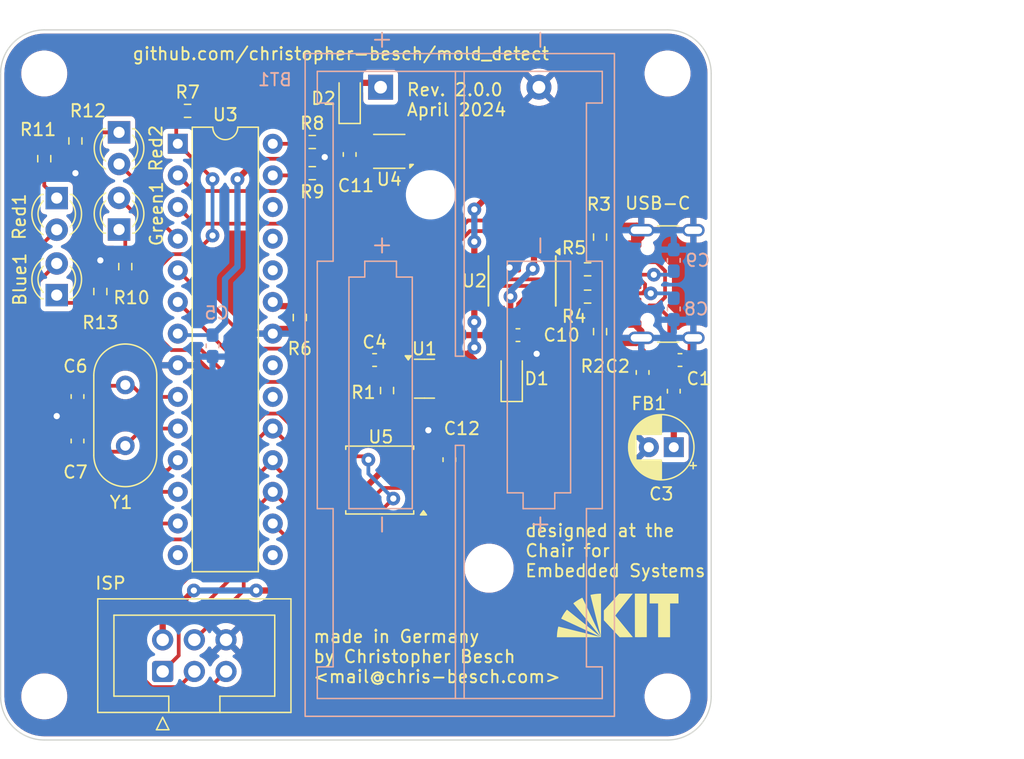
<source format=kicad_pcb>
(kicad_pcb (version 20240108) (generator "pcbnew") (generator_version "8.0")
  (layers (0 "F.Cu" mixed) (31 "B.Cu" mixed) (34 "B.Paste" user) (35 "F.Paste" user) (36 "B.SilkS" user "B.Silkscreen") (37 "F.SilkS" user "F.Silkscreen") (38 "B.Mask" user) (39 "F.Mask" user) (44 "Edge.Cuts" user))
  (net 0 "")
  (net 1 "Net-(Blue1-K)")
  (net 2 "TEMP_LED")
  (net 3 "SCK")
  (net 4 "RST")
  (net 5 "+3V0")
  (net 6 "HUM_LED")
  (net 7 "Net-(BT1-+)")
  (net 8 "DONE")
  (net 9 "WAKE_INTR")
  (net 10 "GND")
  (net 11 "SCL")
  (net 12 "SDA")
  (net 13 "RXD")
  (net 14 "CIPO")
  (net 15 "TXD")
  (net 16 "FLASH_CS")
  (net 17 "Net-(J1-CC1)")
  (net 18 "Net-(J1-CC2)")
  (net 19 "COPI")
  (net 20 "Net-(Red2-K)")
  (net 21 "ERROR_LED")
  (net 22 "Net-(U2-VCC)")
  (net 23 "Net-(U3-XTAL1{slash}PB6)")
  (net 24 "Net-(U3-XTAL2{slash}PB7)")
  (net 25 "Net-(C8-Pad2)")
  (net 26 "Net-(U1-DELAY{slash}M_RST)")
  (net 27 "Net-(U2-USBDM)")
  (net 28 "Net-(U2-USBDP)")
  (net 29 "GENERAL_LED")
  (net 32 "USB_ENABLE_INTR")
  (net 46 "Net-(C1-Pad2)")
  (net 47 "Net-(Green1-K)")
  (net 48 "Net-(C9-Pad2)")
  (net 49 "Net-(Red1-K)")
  (footprint "Capacitor_SMD:C_0603_1608Metric_Pad1.08x0.95mm_HandSolder" (layer "F.Cu") (at 76.5 73)
    (property "Reference" "C4")
    (property "Value" "100n")
  )
  (footprint "Resistor_SMD:R_0603_1608Metric_Pad0.98x0.95mm_HandSolder" (layer "F.Cu") (at 94.5875 70.72 -90)
    (property "Reference" "R2")
    (property "Value" "5k1")
  )
  (footprint "Package_TO_SOT_SMD:SOT-23-6" (layer "F.Cu") (at 80.5 74.5)
    (property "Reference" "U1")
    (property "Value" "TPL5010")
  )
  (footprint "Resistor_SMD:R_0603_1608Metric_Pad0.98x0.95mm_HandSolder" (layer "F.Cu") (at 71.5 55.5 180)
    (property "Reference" "R8")
    (property "Value" "10k")
  )
  (footprint "Capacitor_THT:CP_Radial_D5.0mm_P2.00mm" (layer "F.Cu") (at 100.5 80 180)
    (property "Reference" "C3")
    (property "Value" "4u7")
  )
  (footprint "Connector_USB:USB_C_Receptacle_GCT_USB4105-xx-A_16P_TopMnt_Horizontal" (layer "F.Cu") (at 101 66.9 90)
    (property "Reference" "J1")
    (property "Value" "USB_C_Receptacle_USB2.0_14P")
  )
  (footprint "Resistor_SMD:R_0603_1608Metric_Pad0.98x0.95mm_HandSolder" (layer "F.Cu") (at 77.5 75.45 90)
    (property "Reference" "R1")
    (property "Value" "22k021")
  )
  (footprint "Diode_SMD:D_SOD-323_HandSoldering" (layer "F.Cu") (at 87.5 74.32 90)
    (property "Reference" "D1")
    (property "Value" "D_Schottky")
  )
  (footprint "Diode_SMD:D_SOD-323_HandSoldering" (layer "F.Cu") (at 74.5 52 90)
    (property "Reference" "D2")
    (property "Value" "D_Schottky")
  )
  (footprint "Capacitor_SMD:C_0603_1608Metric_Pad1.08x0.95mm_HandSolder" (layer "F.Cu") (at 88 71 180)
    (property "Reference" "C10")
    (property "Value" "100n")
  )
  (footprint "Capacitor_SMD:C_0603_1608Metric_Pad1.08x0.95mm_HandSolder" (layer "F.Cu") (at 52.6675 75.93 90)
    (property "Reference" "C6")
    (property "Value" "22pF")
  )
  (footprint "Resistor_SMD:R_0603_1608Metric_Pad0.98x0.95mm_HandSolder" (layer "F.Cu") (at 70.5 69.5875 -90)
    (property "Reference" "R6")
    (property "Value" "10k")
  )
  (footprint "Resistor_SMD:R_0603_1608Metric_Pad0.98x0.95mm_HandSolder" (layer "F.Cu") (at 93.5875 65.72 180)
    (property "Reference" "R5")
    (property "Value" "27R")
  )
  (footprint "Capacitor_SMD:C_0603_1608Metric_Pad1.08x0.95mm_HandSolder" (layer "F.Cu") (at 52.6675 79.5 -90)
    (property "Reference" "C7")
    (property "Value" "22pF")
  )
  (footprint "LED_THT:LED_D3.0mm" (layer "F.Cu") (at 56 54.725 -90)
    (property "Reference" "Red2")
    (property "Value" "LED")
  )
  (footprint "Connector_IDC:IDC-Header_2x03_P2.54mm_Vertical" (layer "F.Cu") (at 59.5 98 90)
    (property "Reference" "J2")
    (property "Value" "ISP")
  )
  (footprint "Capacitor_SMD:C_0603_1608Metric_Pad1.08x0.95mm_HandSolder" (layer "F.Cu") (at 98 74 -90)
    (property "Reference" "C2")
    (property "Value" "100n")
  )
  (footprint "Resistor_SMD:R_0603_1608Metric_Pad0.98x0.95mm_HandSolder" (layer "F.Cu") (at 54.5 67.5 -90)
    (property "Reference" "R13")
    (property "Value" "100R")
  )
  (footprint "Capacitor_SMD:C_0603_1608Metric_Pad1.08x0.95mm_HandSolder" (layer "F.Cu") (at 74.5 56.5 90)
    (property "Reference" "C11")
    (property "Value" "100n")
  )
  (footprint "Capacitor_SMD:C_0603_1608Metric_Pad1.08x0.95mm_HandSolder" (layer "F.Cu") (at 100.5 75.5 -90)
    (property "Reference" "FB1")
    (property "Value" "~")
  )
  (footprint "LED_THT:LED_D3.0mm" (layer "F.Cu") (at 51 60 -90)
    (property "Reference" "Red1")
    (property "Value" "LED")
  )
  (footprint "Resistor_SMD:R_0603_1608Metric_Pad0.98x0.95mm_HandSolder" (layer "F.Cu") (at 50 56.8375 -90)
    (property "Reference" "R11")
    (property "Value" "100R")
  )
  (footprint "Resistor_SMD:R_0603_1608Metric_Pad0.98x0.95mm_HandSolder" (layer "F.Cu") (at 56.5 65.5 90)
    (property "Reference" "R10")
    (property "Value" "100R")
  )
  (footprint "Resistor_SMD:R_0603_1608Metric_Pad0.98x0.95mm_HandSolder" (layer "F.Cu") (at 93.5875 67.91 180)
    (property "Reference" "R4")
    (property "Value" "27R")
  )
  (footprint "Resistor_SMD:R_0603_1608Metric_Pad0.98x0.95mm_HandSolder" (layer "F.Cu") (at 71.5 58 180)
    (property "Reference" "R9")
    (property "Value" "10k")
  )
  (footprint "MountingHole:MountingHole_3.2mm_M3" (layer "F.Cu") (at 50 50)
    (property "Reference" "H3")
    (property "Value" "~")
  )
  (footprint "MountingHole:MountingHole_3.2mm_M3" (layer "F.Cu") (at 100 100)
    (property "Reference" "H2")
    (property "Value" "~")
  )
  (footprint "Resistor_SMD:R_0603_1608Metric_Pad0.98x0.95mm_HandSolder" (layer "F.Cu") (at 52.5 55.4125 90)
    (property "Reference" "R12")
    (property "Value" "100R")
  )
  (footprint "Package_DIP:DIP-28_W7.62mm" (layer "F.Cu") (at 60.7125 55.64)
    (property "Reference" "U3")
    (property "Value" "ATmega328P-P")
  )
  (footprint "MountingHole:MountingHole_3.2mm_M3" (layer "F.Cu") (at 50 100)
    (property "Reference" "H4")
    (property "Value" "~")
  )
  (footprint "LED_THT:LED_D3.0mm" (layer "F.Cu") (at 56 62.525 90)
    (property "Reference" "Green1")
    (property "Value" "LED")
  )
  (footprint "Package_SO:SSOP-16_3.9x4.9mm_P0.635mm" (layer "F.Cu") (at 88.3325 66.65 -90)
    (property "Reference" "U2")
    (property "Value" "FT230XS")
  )
  (footprint "Capacitor_SMD:C_0603_1608Metric_Pad1.08x0.95mm_HandSolder" (layer "F.Cu") (at 82.5 81 -90)
    (property "Reference" "C12")
    (property "Value" "100n")
  )
  (footprint "Package_SO:SOIC-8_5.23x5.23mm_P1.27mm" (layer "F.Cu") (at 76.912026 82.635 180)
    (property "Reference" "U5")
    (property "Value" "W25Q128JVS")
  )
  (footprint "Resistor_SMD:R_0603_1608Metric_Pad0.98x0.95mm_HandSolder" (layer "F.Cu") (at 61.5 53 180)
    (property "Reference" "R7")
    (property "Value" "10k")
  )
  (footprint "Resistor_SMD:R_0603_1608Metric_Pad0.98x0.95mm_HandSolder" (layer "F.Cu") (at 94.5875 63.1325 90)
    (property "Reference" "R3")
    (property "Value" "5k1")
  )
  (footprint "Crystal:Crystal_HC49-4H_Vertical" (layer "F.Cu") (at 56.5 79.88 90)
    (property "Reference" "Y1")
    (property "Value" "16MHz")
  )
  (footprint "LED_THT:LED_D3.0mm" (layer "F.Cu") (at 51 67.79 90)
    (property "Reference" "Blue1")
    (property "Value" "LED")
  )
  (footprint "Capacitor_SMD:C_0603_1608Metric_Pad1.08x0.95mm_HandSolder" (layer "F.Cu") (at 101 73 180)
    (property "Reference" "C1")
    (property "Value" "10nF")
  )
  (footprint "MountingHole:MountingHole_3.2mm_M3" (layer "F.Cu") (at 100 50)
    (property "Reference" "H1")
    (property "Value" "~")
  )
  (footprint "Sensor_Humidity:Sensirion_DFN-8-1EP_2.5x2.5mm_P0.5mm_EP1.1x1.7mm" (layer "F.Cu") (at 77.675 56.25 180)
    (property "Reference" "U4")
    (property "Value" "SHT30-DIS")
  )
  (footprint "Battery:BatteryHolder_Keystone_2468_2xAAA" (layer "B.Cu") (at 76.9825 51.1 -90)
    (property "Reference" "BT1")
    (property "Value" "2 AAA Batteries")
  )
  (footprint "Capacitor_SMD:C_0603_1608Metric_Pad1.08x0.95mm_HandSolder" (layer "B.Cu") (at 100.5 65 -90)
    (property "Reference" "C9")
    (property "Value" "47pF")
  )
  (footprint "Capacitor_SMD:C_0603_1608Metric_Pad1.08x0.95mm_HandSolder" (layer "B.Cu") (at 63.5 71.8625 90)
    (property "Reference" "C5")
    (property "Value" "100n")
  )
  (footprint "Library:kit_logo" (layer "B.Cu") (at 94.970164 93.476763 180)
    (property "Reference" "G***" (hide yes))
    (property "Value" "LOGO" (hide yes))
  )
  (footprint "Capacitor_SMD:C_0603_1608Metric_Pad1.08x0.95mm_HandSolder" (layer "B.Cu") (at 100.5 68.9 90)
    (property "Reference" "C8")
    (property "Value" "47pF")
  )
  (gr_line (start 103.5 50) (end 103.5 100) (stroke (width 0.1)) (layer "Edge.Cuts"))
  (gr_arc (start 50 103.5) (mid 47.525126 102.474874) (end 46.5 100) (stroke (width 0.1)) (layer "Edge.Cuts"))
  (gr_line (start 100 103.5) (end 50 103.5) (stroke (width 0.1)) (layer "Edge.Cuts"))
  (gr_line (start 46.5 100) (end 46.5 50) (stroke (width 0.1)) (layer "Edge.Cuts"))
  (gr_arc (start 103.5 100) (mid 102.474874 102.474874) (end 100 103.5) (stroke (width 0.1)) (layer "Edge.Cuts"))
  (gr_arc (start 100 46.5) (mid 102.474874 47.525126) (end 103.5 50) (stroke (width 0.1)) (layer "Edge.Cuts"))
  (gr_arc (start 46.5 50) (mid 47.525126 47.525126) (end 50 46.5) (stroke (width 0.1)) (layer "Edge.Cuts"))
  (gr_line (start 50 46.5) (end 100 46.5) (stroke (width 0.1)) (layer "Edge.Cuts"))
  (gr_text "ISP" (at 54 91.5 0) (layer "F.SilkS") (effects (font (size 1 1)) (justify left bottom)))
  (gr_text "designed at the\nChair for\nEmbedded Systems" (at 88.5 90.5 0) (layer "F.SilkS") (effects (font (size 1 1)) (justify left bottom)))
  (gr_text "USB-C" (at 96.5 61 0) (layer "F.SilkS") (effects (font (size 1 1)) (justify left bottom)))
  (gr_text "Rev. 2.0.0\nApril 2024" (at 79 53.5 0) (layer "F.SilkS") (effects (font (size 1 1)) (justify left bottom)))
  (gr_text "made in Germany\nby Christopher Besch\n<mail@chris-besch.com>" (at 71.5 99 0) (layer "F.SilkS") (effects (font (size 1 1)) (justify left bottom)))
  (gr_text "github.com/christopher-besch/mold_detect" (at 57 49 0) (layer "F.SilkS") (effects (font (size 1 1)) (justify left bottom)))
  (segment (start 51.6225 68.4125) (end 51 67.79) (width 0.3) (layer "F.Cu") (net 1))
  (segment (start 54.5 68.4125) (end 51.6225 68.4125) (width 0.3) (layer "F.Cu") (net 1))
  (segment (start 59 61.5475) (end 60.7125 63.26) (width 0.3) (layer "F.Cu") (net 2))
  (segment (start 59 60.265) (end 59 61.5475) (width 0.3) (layer "F.Cu") (net 2))
  (segment (start 56 57.265) (end 59 60.265) (width 0.3) (layer "F.Cu") (net 2))
  (segment (start 73.312026 82) (end 71.8325 82) (width 0.3) (layer "F.Cu") (net 3))
  (segment (start 71.8325 82) (end 68.3325 78.5) (width 0.3) (layer "F.Cu") (net 3))
  (segment (start 60.786 99.254) (end 58.622176 99.254) (width 0.3) (layer "F.Cu") (net 3))
  (segment (start 58.622176 99.254) (end 58 98.631824) (width 0.3) (layer "F.Cu") (net 3))
  (segment (start 63.6 82.9) (end 68 78.5) (width 0.3) (layer "F.Cu") (net 3))
  (segment (start 62.04 98) (end 60.786 99.254) (width 0.3) (layer "F.Cu") (net 3))
  (segment (start 68 78.5) (end 68.3325 78.5) (width 0.3) (layer "F.Cu") (net 3))
  (segment (start 58 98.631824) (end 58 94) (width 0.3) (layer "F.Cu") (net 3))
  (segment (start 63.6 88.4) (end 63.6 82.9) (width 0.3) (layer "F.Cu") (net 3))
  (segment (start 58 94) (end 63.6 88.4) (width 0.3) (layer "F.Cu") (net 3))
  (segment (start 62.4 82.6) (end 67.704 77.296) (width 0.3) (layer "F.Cu") (net 4))
  (segment (start 63.5 58.4275) (end 60.7125 55.64) (width 0.3) (layer "F.Cu") (net 4))
  (segment (start 59 71) (end 59 65.8) (width 0.3) (layer "F.Cu") (net 4))
  (segment (start 61.4 87.4) (end 62.4 86.4) (width 0.3) (layer "F.Cu") (net 4))
  (segment (start 62.01 64.5) (end 63.5 63.01) (width 0.3) (layer "F.Cu") (net 4))
  (segment (start 59.5 87.4) (end 61.4 87.4) (width 0.3) (layer "F.Cu") (net 4))
  (segment (start 70.535214 79) (end 68.831214 77.296) (width 0.3) (layer "F.Cu") (net 4))
  (segment (start 62.58 100) (end 58.584702 100) (width 0.3) (layer "F.Cu") (net 4))
  (segment (start 68.831214 77.296) (end 67.704 77.296) (width 0.3) (layer "F.Cu") (net 4))
  (segment (start 60.3 64.5) (end 62.01 64.5) (width 0.3) (layer "F.Cu") (net 4))
  (segment (start 58.584702 100) (end 57 98.415298) (width 0.3) (layer "F.Cu") (net 4))
  (segment (start 78.870974 79) (end 70.535214 79) (width 0.3) (layer "F.Cu") (net 4))
  (segment (start 80.435487 77.435487) (end 78.870974 79) (width 0.3) (layer "F.Cu") (net 4))
  (segment (start 57 89.9) (end 59.5 87.4) (width 0.3) (layer "F.Cu") (net 4))
  (segment (start 64.58 98) (end 62.58 100) (width 0.3) (layer "F.Cu") (net 4))
  (segment (start 81.6375 73.55) (end 82.299999 73.55) (width 0.3) (layer "F.Cu") (net 4))
  (segment (start 60.2 72.2) (end 59 71) (width 0.3) (layer "F.Cu") (net 4))
  (segment (start 83 75.888186) (end 81.452699 77.435487) (width 0.3) (layer "F.Cu") (net 4))
  (segment (start 60.5875 55.515) (end 60.7125 55.64) (width 0.3) (layer "F.Cu") (net 4))
  (segment (start 63.5 58.479) (end 63.5 58.4275) (width 0.3) (layer "F.Cu") (net 4))
  (segment (start 57 98.415298) (end 57 89.9) (width 0.3) (layer "F.Cu") (net 4))
  (segment (start 60.5875 53) (end 60.5875 55.515) (width 0.3) (layer "F.Cu") (net 4))
  (segment (start 59 65.8) (end 60.3 64.5) (width 0.3) (layer "F.Cu") (net 4))
  (segment (start 81.452699 77.435487) (end 80.435487 77.435487) (width 0.3) (layer "F.Cu") (net 4))
  (segment (start 83 74.250001) (end 83 75.888186) (width 0.3) (layer "F.Cu") (net 4))
  (segment (start 62.608 72.2) (end 60.2 72.2) (width 0.3) (layer "F.Cu") (net 4))
  (segment (start 67.704 77.296) (end 62.608 72.2) (width 0.3) (layer "F.Cu") (net 4))
  (segment (start 62.4 86.4) (end 62.4 82.6) (width 0.3) (layer "F.Cu") (net 4))
  (segment (start 82.299999 73.55) (end 83 74.250001) (width 0.3) (layer "F.Cu") (net 4))
  (via (at 63.5 63.01) (size 1.1) (drill 0.5) (layers "F.Cu" "B.Cu") (net 4))
  (via (at 63.5 58.479) (size 1.1) (drill 0.5) (layers "F.Cu" "B.Cu") (net 4))
  (segment (start 63.5 63.01) (end 63.5 58.479) (width 0.3) (layer "B.Cu") (net 4))
  (segment (start 74.5 53.25) (end 80.45 53.25) (width 0.5) (layer "F.Cu") (net 5))
  (segment (start 84 72.5) (end 80.4125 72.5) (width 0.5) (layer "F.Cu") (net 5))
  (segment (start 72.4125 55.5) (end 74.3625 55.5) (width 0.3) (layer "F.Cu") (net 5))
  (segment (start 82.409526 82) (end 82.412026 81.9975) (width 0.5) (layer "F.Cu") (net 5))
  (segment (start 80.45 53.25) (end 86 58.8) (width 0.5) (layer "F.Cu") (net 5))
  (segment (start 62 91.5) (end 59.5 94) (width 0.5) (layer "F.Cu") (net 5))
  (segment (start 84.5 63.5) (end 84.5 69.946) (width 0.5) (layer "F.Cu") (net 5))
  (segment (start 77.8625 73.5) (end 79.3125 73.5) (width 0.3) (layer "F.Cu") (net 5))
  (segment (start 67.135 56.844) (end 65.5 58.479) (width 0.5) (layer "F.Cu") (net 5))
  (segment (start 87.5 75.57) (end 87.07 75.57) (width 0.5) (layer "F.Cu") (net 5))
  (segment (start 59.5 94) (end 59.5 95.46) (width 0.5) (layer "F.Cu") (net 5))
  (segment (start 74.5 53.25) (end 74.25 53) (width 0.5) (layer "F.Cu") (net 5))
  (segment (start 75.5 91.5) (end 82.5 84.5) (width 0.5) (layer "F.Cu") (net 5))
  (segment (start 65 53) (end 65 54.5) (width 0.5) (layer "F.Cu") (net 5))
  (segment (start 77.3625 73) (end 77.8625 73.5) (width 0.3) (layer "F.Cu") (net 5))
  (segment (start 87.5 76.8625) (end 82.5 81.8625) (width 0.5) (layer "F.Cu") (net 5))
  (segment (start 73.312026 83.27) (end 75.73 83.27) (width 0.5) (layer "F.Cu") (net 5))
  (segment (start 75.73 83.27) (end 77 82) (width 0.5) (layer "F.Cu") (net 5))
  (segment (start 79.3125 73.5) (end 79.3625 73.55) (width 0.3) (layer "F.Cu") (net 5))
  (segment (start 74.6665 55.471) (end 76.5 55.471) (width 0.3) (layer "F.Cu") (net 5))
  (segment (start 72.4125 55.5) (end 71.0685 56.844) (width 0.3) (layer "F.Cu") (net 5))
  (segment (start 65 54.5) (end 67.344 56.844) (width 0.5) (layer "F.Cu") (net 5))
  (segment (start 80.512026 82) (end 82.409526 82) (width 0.5) (layer "F.Cu") (net 5))
  (segment (start 82.5 84.5) (end 82.5 81.8625) (width 0.5) (layer "F.Cu") (net 5))
  (segment (start 74.5 55.6375) (end 74.6665 55.471) (width 0.3) (layer "F.Cu") (net 5))
  (segment (start 87.07 75.57) (end 84 72.5) (width 0.5) (layer "F.Cu") (net 5))
  (segment (start 67 91.5) (end 75.5 91.5) (width 0.5) (layer "F.Cu") (net 5))
  (segment (start 86 59.411) (end 84.5 60.911) (width 0.5) (layer "F.Cu") (net 5))
  (segment (start 65 53) (end 62.4125 53) (width 0.5) (layer "F.Cu") (net 5))
  (segment (start 67.344 56.844) (end 67.135 56.844) (width 0.5) (layer "F.Cu") (net 5))
  (segment (start 71.2565 56.844) (end 72.4125 58) (width 0.3) (layer "F.Cu") (net 5))
  (segment (start 71.0685 56.844) (end 67.344 56.844) (width 0.3) (layer "F.Cu") (net 5))
  (segment (start 74.3625 55.5) (end 74.5 55.6375) (width 0.3) (layer "F.Cu") (net 5))
  (segment (start 84.5 72) (end 84 72.5) (width 0.5) (layer "F.Cu") (net 5))
  (segment (start 77 82) (end 80.512026 82) (width 0.5) (layer "F.Cu") (net 5))
  (segment (start 87.5 75.57) (end 87.5 76.8625) (width 0.5) (layer "F.Cu") (net 5))
  (segment (start 73.312026 84.54) (end 73.312026 83.27) (width 0.5) (layer "F.Cu") (net 5))
  (segment (start 74.25 53) (end 65 53) (width 0.5) (layer "F.Cu") (net 5))
  (segment (start 71.0685 56.844) (end 71.2565 56.844) (width 0.3) (layer "F.Cu") (net 5))
  (segment (start 86 58.8) (end 86 59.411) (width 0.5) (layer "F.Cu") (net 5))
  (segment (start 80.4125 72.5) (end 79.3625 73.55) (width 0.5) (layer "F.Cu") (net 5))
  (via (at 84.5 69.946) (size 1.1) (drill 0.5) (layers "F.Cu" "B.Cu") (net 5))
  (via (at 62 91.5) (size 1.1) (drill 0.5) (layers "F.Cu" "B.Cu") (net 5))
  (via (at 84.5 63.5) (size 1.1) (drill 0.5) (layers "F.Cu" "B.Cu") (net 5))
  (via (at 84.5 72) (size 1.1) (drill 0.5) (layers "F.Cu" "B.Cu") (net 5))
  (via (at 65.5 58.479) (size 1.1) (drill 0.5) (layers "F.Cu" "B.Cu") (net 5))
  (via (at 67 91.5) (size 1.1) (drill 0.5) (layers "F.Cu" "B.Cu") (net 5))
  (via (at 84.5 60.911) (size 1.1) (drill 0.5) (layers "F.Cu" "B.Cu") (net 5))
  (segment (start 63.5 71) (end 60.8325 71) (width 0.3) (layer "B.Cu") (net 5))
  (segment (start 64.5 66.5) (end 64.5 70) (width 0.5) (layer "B.Cu") (net 5))
  (segment (start 65.5 65.5) (end 64.5 66.5) (width 0.5) (layer "B.Cu") (net 5))
  (segment (start 84.5 69.946) (end 84.5 72) (width 0.5) (layer "B.Cu") (net 5))
  (segment (start 65.5 58.479) (end 65.5 65.5) (width 0.5) (layer "B.Cu") (net 5))
  (segment (start 60.8325 71) (end 60.7125 70.88) (width 0.3) (layer "B.Cu") (net 5))
  (segment (start 84.5 60.911) (end 84.5 63.5) (width 0.5) (layer "B.Cu") (net 5))
  (segment (start 64.5 70) (end 63.5 71) (width 0.5) (layer "B.Cu") (net 5))
  (segment (start 67 91.5) (end 62 91.5) (width 0.5) (layer "B.Cu") (net 5))
  (segment (start 51 65.25) (end 49.492 66.758) (width 0.3) (layer "F.Cu") (net 6))
  (segment (start 49.492 81.492) (end 51.58 83.58) (width 0.3) (layer "F.Cu") (net 6))
  (segment (start 49.492 66.758) (end 49.492 81.492) (width 0.3) (layer "F.Cu") (net 6))
  (segment (start 51.58 83.58) (end 60.7125 83.58) (width 0.3) (layer "F.Cu") (net 6))
  (segment (start 76.6325 50.75) (end 76.9825 51.1) (width 0.5) (layer "F.Cu") (net 7))
  (segment (start 74.5 50.75) (end 76.6325 50.75) (width 0.5) (layer "F.Cu") (net 7))
  (segment (start 78.9875 78.1) (end 81.6375 75.45) (width 0.3) (layer "F.Cu") (net 8))
  (segment (start 67.1285 74.756) (end 69.756 74.756) (width 0.3) (layer "F.Cu") (net 8))
  (segment (start 60.7125 68.34) (end 67.1285 74.756) (width 0.3) (layer "F.Cu") (net 8))
  (segment (start 69.756 74.756) (end 73.1 78.1) (width 0.3) (layer "F.Cu") (net 8))
  (segment (start 73.1 78.1) (end 78.9875 78.1) (width 0.3) (layer "F.Cu") (net 8))
  (segment (start 80.975001 74.5) (end 80.5 74.975001) (width 0.3) (layer "F.Cu") (net 9))
  (segment (start 80.5 75.762632) (end 78.862632 77.4) (width 0.3) (layer "F.Cu") (net 9))
  (segment (start 66.9965 72.084) (end 60.7125 65.8) (width 0.3) (layer "F.Cu") (net 9))
  (segment (start 78.862632 77.4) (end 74.457607 77.4) (width 0.3) (layer "F.Cu") (net 9))
  (segment (start 80.5 74.975001) (end 80.5 75.762632) (width 0.3) (layer "F.Cu") (net 9))
  (segment (start 81.6375 74.5) (end 80.975001 74.5) (width 0.3) (layer "F.Cu") (net 9))
  (segment (start 69.141607 72.084) (end 66.9965 72.084) (width 0.3) (layer "F.Cu") (net 9))
  (segment (start 74.457607 77.4) (end 69.141607 72.084) (width 0.3) (layer "F.Cu") (net 9))
  (segment (start 75.6375 73) (end 73 73) (width 0.5) (layer "F.Cu") (net 10))
  (segment (start 97.895 70.675) (end 97.324 70.104) (width 0.5) (layer "F.Cu") (net 10))
  (segment (start 52.6675 76.7925) (end 51.7075 76.7925) (width 0.3) (layer "F.Cu") (net 10))
  (segment (start 101.8625 73) (end 101.8625 71.4325) (width 0.5) (layer "F.Cu") (net 10))
  (segment (start 52.5 56.325) (end 52.5 58) (width 0.3) (layer "F.Cu") (net 10))
  (segment (start 77.4 56.525) (end 76.5 56.525) (width 0.5) (layer "F.Cu") (net 10))
  (segment (start 97.895 71.22) (end 97.895 70.675) (width 0.5) (layer "F.Cu") (net 10))
  (segment (start 97.324 63.696) (end 97.32 63.696) (width 0.5) (layer "F.Cu") (net 10))
  (segment (start 80.512026 78.935) (end 80.812026 78.635) (width 0.5) (layer "F.Cu") (net 10))
  (segment (start 76.5 57) (end 76.5 56.525) (width 0.5) (layer "F.Cu") (net 10))
  (segment (start 54.5 66.5875) (end 56.325 66.5875) (width 0.3) (layer "F.Cu") (net 10))
  (segment (start 77.925 56.5) (end 77.675 56.25) (width 0.3) (layer "F.Cu") (net 10))
  (segment (start 77.5 74.5375) (end 77.175 74.5375) (width 0.3) (layer "F.Cu") (net 10))
  (segment (start 52.6675 78.6375) (end 52.6675 76.7925) (width 0.3) (layer "F.Cu") (net 10))
  (segment (start 94.5875 71.6325) (end 97.4825 71.6325) (width 0.5) (layer "F.Cu") (net 10))
  (segment (start 97.535 62.22) (end 97.895 62.58) (width 0.5) (layer "F.Cu") (net 10))
  (segment (start 73 73) (end 70.5 70.5) (width 0.5) (layer "F.Cu") (net 10))
  (segment (start 77.675 56.25) (end 77.4 56.525) (width 0.5) (layer "F.Cu") (net 10))
  (segment (start 97.895 62.58) (end 97.895 63.125) (width 0.5) (layer "F.Cu") (net 10))
  (segment (start 52.1 55.925) (end 52.5 56.325) (width 0.3) (layer "F.Cu") (net 10))
  (segment (start 79.325 74.5375) (end 79.3625 74.5) (width 0.3) (layer "F.Cu") (net 10))
  (segment (start 77.5 74.5375) (end 79.325 74.5375) (width 0.3) (layer "F.Cu") (net 10))
  (segment (start 88.8625 71.8625) (end 89.5 72.5) (width 0.5) (layer "F.Cu") (net 10))
  (segment (start 97.324 70.104) (end 97.32 70.104) (width 0.5) (layer "F.Cu") (net 10))
  (segment (start 97.895 73.0325) (end 98 73.1375) (width 0.5) (layer "F.Cu") (net 10))
  (segment (start 97.895 63.125) (end 97.324 63.696) (width 0.5) (layer "F.Cu") (net 10))
  (segment (start 94.5875 62.22) (end 97.535 62.22) (width 0.5) (layer "F.Cu") (net 10))
  (segment (start 101.8625 71.4325) (end 102.075 71.22) (width 0.5) (layer "F.Cu") (net 10))
  (segment (start 97.895 71.22) (end 97.895 73.0325) (width 0.5) (layer "F.Cu") (net 10))
  (segment (start 50 55.925) (end 52.1 55.925) (width 0.3) (layer "F.Cu") (net 10))
  (segment (start 88.8625 71) (end 88.65 70.7875) (width 0.5) (layer "F.Cu") (net 10))
  (segment (start 97.4825 71.6325) (end 97.895 71.22) (width 0.5) (layer "F.Cu") (net 10))
  (segment (start 77.175 74.5375) (end 75.6375 73) (width 0.3) (layer "F.Cu") (net 10))
  (segment (start 51.7075 76.7925) (end 51 77.5) (width 0.3) (layer "F.Cu") (net 10))
  (segment (start 88.8625 71) (end 88.8625 71.8625) (width 0.5) (layer "F.Cu") (net 10))
  (segment (start 78.85 56.5) (end 77.925 56.5) (width 0.3) (layer "F.Cu") (net 10))
  (segment (start 56.325 66.5875) (end 56.5 66.4125) (width 0.3) (layer "F.Cu") (net 10))
  (segment (start 74.5 57.3625) (end 76.1375 57.3625) (width 0.5) (layer "F.Cu") (net 10))
  (segment (start 73.4625 57.3625) (end 74.5 57.3625) (width 0.5) (layer "F.Cu") (net 10))
  (segment (start 68.7125 70.5) (end 68.3325 70.88) (width 0.5) (layer "F.Cu") (net 10))
  (segment (start 72.5 56.710436) (end 72.810436 56.710436) (width 0.5) (layer "F.Cu") (net 10))
  (segment (start 70.5 70.5) (end 68.7125 70.5) (width 0.5) (layer "F.Cu") (net 10))
  (segment (start 81.954526 80.73) (end 82.412026 80.2725) (width 0.5) (layer "F.Cu") (net 10))
  (segment (start 88.65 70.7875) (end 88.65 69.25) (width 0.5) (layer "F.Cu") (net 10))
  (segment (start 72.810436 56.710436) (end 73.4625 57.3625) (width 0.5) (layer "F.Cu") (net 10))
  (segment (start 88.015 64.885) (end 87.325 65.575) (width 0.5) (layer "F.Cu") (net 10))
  (segment (start 76.1375 57.3625) (end 76.5 57) (width 0.5) (layer "F.Cu") (net 10))
  (segment (start 80.512026 80.73) (end 81.954526 80.73) (width 0.5) (layer "F.Cu") (net 10))
  (segment (start 54.5 66.5875) (end 54.5 65) (width 0.3) (layer "F.Cu") (net 10))
  (segment (start 88.015 64.05) (end 88.015 64.885) (width 0.5) (layer "F.Cu") (net 10))
  (segment (start 80.512026 80.73) (end 80.512026 78.935) (width 0.5) (layer "F.Cu") (net 10))
  (via (at 52.5 58) (size 1.1) (drill 0.5) (layers "F.Cu" "B.Cu") (net 10))
  (via (at 87.325 65.575) (size 1.1) (drill 0.5) (layers "F.Cu" "B.Cu") (net 10))
  (via (at 51 77.5) (size 1.1) (drill 0.5) (layers "F.Cu" "B.Cu") (net 10))
  (via (at 54.5 65) (size 1.1) (drill 0.5) (layers "F.Cu" "B.Cu") (net 10))
  (via (at 89.5 72.5) (size 1.1) (drill 0.5) (layers "F.Cu" "B.Cu") (net 10))
  (via (at 72.5 56.710436) (size 1.1) (drill 0.5) (layers "F.Cu" "B.Cu") (net 10))
  (via (at 80.812026 78.635) (size 1.1) (drill 0.5) (layers "F.Cu" "B.Cu") (net 10))
  (segment (start 70.4475 55.64) (end 70.5875 55.5) (width 0.3) (layer "F.Cu") (net 11))
  (segment (start 68.3325 55.64) (end 70.4475 55.64) (width 0.3) (layer "F.Cu") (net 11))
  (segment (start 70.5875 55.5) (end 71.4665 54.621) (width 0.3) (layer "F.Cu") (net 11))
  (segment (start 78 54.621) (end 78.85 55.471) (width 0.3) (layer "F.Cu") (net 11))
  (segment (start 71.4665 54.621) (end 78 54.621) (width 0.3) (layer "F.Cu") (net 11))
  (segment (start 70.4075 58.18) (end 70.5875 58) (width 0.3) (layer "F.Cu") (net 12))
  (segment (start 68.3325 58.18) (end 70.4075 58.18) (width 0.3) (layer "F.Cu") (net 12))
  (segment (start 70.5875 58) (end 71.4665 58.879) (width 0.3) (layer "F.Cu") (net 12))
  (segment (start 71.4665 58.879) (end 77 58.879) (width 0.3) (layer "F.Cu") (net 12))
  (segment (start 77 58.879) (end 78.85 57.029) (width 0.3) (layer "F.Cu") (net 12))
  (segment (start 61.9655 59.433) (end 76.233 59.433) (width 0.3) (layer "F.Cu") (net 13))
  (segment (start 82.8 63) (end 84 61.8) (width 0.3) (layer "F.Cu") (net 13))
  (segment (start 90.555 63.077) (end 90.555 64.05) (width 0.3) (layer "F.Cu") (net 13))
  (segment (start 79.8 63) (end 82.8 63) (width 0.3) (layer "F.Cu") (net 13))
  (segment (start 89.278 61.8) (end 90.555 63.077) (width 0.3) (layer "F.Cu") (net 13))
  (segment (start 84 61.8) (end 89.278 61.8) (width 0.3) (layer "F.Cu") (net 13))
  (segment (start 76.233 59.433) (end 79.8 63) (width 0.3) (layer "F.Cu") (net 13))
  (segment (start 60.7125 58.18) (end 61.9655 59.433) (width 0.3) (layer "F.Cu") (net 13))
  (segment (start 74.924896 85.5) (end 72.5 85.5) (width 0.3) (layer "F.Cu") (net 14))
  (segment (start 72.5 85.5) (end 68.3325 81.3325) (width 0.3) (layer "F.Cu") (net 14))
  (segment (start 80.512026 83.27) (end 77.154896 83.27) (width 0.3) (layer "F.Cu") (net 14))
  (segment (start 59.5 98) (end 60.786 96.714) (width 0.3) (layer "F.Cu") (net 14))
  (segment (start 60.786 94.714) (end 64.8 90.7) (width 0.3) (layer "F.Cu") (net 14))
  (segment (start 64.8 90.7) (end 64.8 84.5725) (width 0.3) (layer "F.Cu") (net 14))
  (segment (start 60.786 96.714) (end 60.786 94.714) (width 0.3) (layer "F.Cu") (net 14))
  (segment (start 64.8 84.5725) (end 68.3325 81.04) (width 0.3) (layer "F.Cu") (net 14))
  (segment (start 77.154896 83.27) (end 74.924896 85.5) (width 0.3) (layer "F.Cu") (net 14))
  (segment (start 68.3325 81.3325) (end 68.3325 81.04) (width 0.3) (layer "F.Cu") (net 14))
  (segment (start 60.7125 60.72) (end 62.0485 62.056) (width 0.3) (layer "F.Cu") (net 15))
  (segment (start 82.597918 64.2) (end 84.147918 62.65) (width 0.3) (layer "F.Cu") (net 15))
  (segment (start 77.256 62.056) (end 79.4 64.2) (width 0.3) (layer "F.Cu") (net 15))
  (segment (start 84.147918 62.65) (end 88.223 62.65) (width 0.3) (layer "F.Cu") (net 15))
  (segment (start 79.4 64.2) (end 82.597918 64.2) (width 0.3) (layer "F.Cu") (net 15))
  (segment (start 88.223 62.65) (end 88.65 63.077) (width 0.3) (layer "F.Cu") (net 15))
  (segment (start 88.65 63.077) (end 88.65 64.05) (width 0.3) (layer "F.Cu") (net 15))
  (segment (start 62.0485 62.056) (end 77.256 62.056) (width 0.3) (layer "F.Cu") (net 15))
  (segment (start 77.552026 87.5) (end 80.512026 84.54) (width 0.3) (layer "F.Cu") (net 16))
  (segment (start 68.3325 86.12) (end 69.7125 87.5) (width 0.3) (layer "F.Cu") (net 16))
  (segment (start 69.7125 87.5) (end 77.552026 87.5) (width 0.3) (layer "F.Cu") (net 16))
  (segment (start 96.245 68.15) (end 97.32 68.15) (width 0.3) (layer "F.Cu") (net 17))
  (segment (start 94.5875 69.8075) (end 96.245 68.15) (width 0.3) (layer "F.Cu") (net 17))
  (segment (start 95.6925 65.15) (end 97.32 65.15) (width 0.3) (layer "F.Cu") (net 18))
  (segment (start 94.5875 64.045) (end 95.6925 65.15) (width 0.3) (layer "F.Cu") (net 18))
  (segment (start 66 85.9125) (end 68.3325 83.58) (width 0.3) (layer "F.Cu") (net 19))
  (segment (start 78 84.12) (end 75.62 86.5) (width 0.3) (layer "F.Cu") (net 19))
  (segment (start 76 81) (end 75.73 80.73) (width 0.3) (layer "F.Cu") (net 19))
  (segment (start 75.73 80.73) (end 73.312026 80.73) (width 0.3) (layer "F.Cu") (net 19))
  (segment (start 62.04 95.46) (end 66 91.5) (width 0.3) (layer "F.Cu") (net 19))
  (segment (start 71.2525 86.5) (end 68.3325 83.58) (width 0.3) (layer "F.Cu") (net 19))
  (segment (start 75.62 86.5) (end 71.2525 86.5) (width 0.3) (layer "F.Cu") (net 19))
  (segment (start 66 91.5) (end 66 85.9125) (width 0.3) (layer "F.Cu") (net 19))
  (via (at 78 84.12) (size 1.1) (drill 0.5) (layers "F.Cu" "B.Cu") (net 19))
  (via (at 76 81) (size 1.1) (drill 0.5) (layers "F.Cu" "B.Cu") (net 19))
  (segment (start 76 82.12) (end 76 81) (width 0.3) (layer "B.Cu") (net 19))
  (segment (start 78 84.12) (end 76 82.12) (width 0.3) (layer "B.Cu") (net 19))
  (segment (start 53.5 54.5) (end 53.725 54.725) (width 0.3) (layer "F.Cu") (net 20))
  (segment (start 52.5 54.5) (end 53.5 54.5) (width 0.3) (layer "F.Cu") (net 20))
  (segment (start 53.725 54.725) (end 56 54.725) (width 0.3) (layer "F.Cu") (net 20))
  (segment (start 48.938 64.602) (end 48.938 82.938) (width 0.3) (layer "F.Cu") (net 21))
  (segment (start 52.12 86.12) (end 60.7125 86.12) (width 0.3) (layer "F.Cu") (net 21))
  (segment (start 51 62.54) (end 48.938 64.602) (width 0.3) (layer "F.Cu") (net 21))
  (segment (start 48.938 82.938) (end 52.12 86.12) (width 0.3) (layer "F.Cu") (net 21))
  (segment (start 100.5 76.3625) (end 100.5 80) (width 0.5) (layer "F.Cu") (net 22))
  (segment (start 92.65 71.775) (end 95.7375 74.8625) (width 0.3) (layer "F.Cu") (net 22))
  (segment (start 88.525 67.975) (end 91 67.975) (width 0.3) (layer "F.Cu") (net 22))
  (segment (start 98 74.8625) (end 99 74.8625) (width 0.5) (layer "F.Cu") (net 22))
  (segment (start 95.7375 74.8625) (end 98 74.8625) (width 0.3) (layer "F.Cu") (net 22))
  (segment (start 88.015 68.485) (end 88.525 67.975) (width 0.3) (layer "F.Cu") (net 22))
  (segment (start 99 74.8625) (end 100.5 76.3625) (width 0.5) (layer "F.Cu") (net 22))
  (segment (start 92.65 69.625) (end 92.65 71.775) (width 0.3) (layer "F.Cu") (net 22))
  (segment (start 91 67.975) (end 92.65 69.625) (width 0.3) (layer "F.Cu") (net 22))
  (segment (start 88.015 69.25) (end 88.015 68.485) (width 0.3) (layer "F.Cu") (net 22))
  (segment (start 56.4325 75.0675) (end 56.5 75) (width 0.3) (layer "F.Cu") (net 23))
  (segment (start 56.5 75) (end 57 75) (width 0.3) (layer "F.Cu") (net 23))
  (segment (start 52.6675 75.0675) (end 56.4325 75.0675) (width 0.3) (layer "F.Cu") (net 23))
  (segment (start 57.96 75.96) (end 60.7125 75.96) (width 0.3) (layer "F.Cu") (net 23))
  (segment (start 57 75) (end 57.96 75.96) (width 0.3) (layer "F.Cu") (net 23))
  (segment (start 60.7125 78.5) (end 57.88 78.5) (width 0.3) (layer "F.Cu") (net 24))
  (segment (start 52.6675 80.3625) (end 56.0175 80.3625) (width 0.3) (layer "F.Cu") (net 24))
  (segment (start 56.0175 80.3625) (end 56.5 79.88) (width 0.3) (layer "F.Cu") (net 24))
  (segment (start 57.88 78.5) (end 56.5 79.88) (width 0.3) (layer "F.Cu") (net 24))
  (segment (start 97.92741 66.65) (end 98.195 66.91759) (width 0.3) (layer "F.Cu") (net 25))
  (segment (start 94.76 67.65) (end 97.32 67.65) (width 0.3) (layer "F.Cu") (net 25))
  (segment (start 94.5 67.91) (end 94.76 67.65) (width 0.3) (layer "F.Cu") (net 25))
  (segment (start 98.195 67.405) (end 97.95 67.65) (width 0.3) (layer "F.Cu") (net 25))
  (segment (start 97.32 66.65) (end 97.92741 66.65) (width 0.3) (layer "F.Cu") (net 25))
  (segment (start 98.195 66.91759) (end 98.195 67.405) (width 0.3) (layer "F.Cu") (net 25))
  (segment (start 97.32 67.65) (end 98.65 67.65) (width 0.3) (layer "F.Cu") (net 25))
  (segment (start 97.95 67.65) (end 97.32 67.65) (width 0.3) (layer "F.Cu") (net 25))
  (via (at 98.65 67.65) (size 1.1) (drill 0.5) (layers "F.Cu" "B.Cu") (net 25))
  (segment (start 100.1125 67.65) (end 100.5 68.0375) (width 0.3) (layer "B.Cu") (net 25))
  (segment (start 98.65 67.65) (end 100.1125 67.65) (width 0.3) (layer "B.Cu") (net 25))
  (segment (start 78.45 76.3625) (end 79.3625 75.45) (width 0.3) (layer "F.Cu") (net 26))
  (segment (start 77.5 76.3625) (end 78.45 76.3625) (width 0.3) (layer "F.Cu") (net 26))
  (segment (start 86.7 67.05) (end 86.11 67.64) (width 0.3) (layer "F.Cu") (net 27))
  (segment (start 91.815 67.05) (end 86.7 67.05) (width 0.3) (layer "F.Cu") (net 27))
  (segment (start 92.675 67.91) (end 91.815 67.05) (width 0.3) (layer "F.Cu") (net 27))
  (segment (start 86.11 67.64) (end 86.11 69.25) (width 0.3) (layer "F.Cu") (net 27))
  (segment (start 92.675 65.72) (end 91.87 66.525) (width 0.3) (layer "F.Cu") (net 28))
  (segment (start 86.11 65.935) (end 86.11 64.05) (width 0.3) (layer "F.Cu") (net 28))
  (segment (start 91.87 66.525) (end 86.7 66.525) (width 0.3) (layer "F.Cu") (net 28))
  (segment (start 86.7 66.525) (end 86.11 65.935) (width 0.3) (layer "F.Cu") (net 28))
  (segment (start 58 67.5) (end 50.046 75.454) (width 0.3) (layer "F.Cu") (net 29))
  (segment (start 50.046 80.046) (end 51.839999 81.839999) (width 0.3) (layer "F.Cu") (net 29))
  (segment (start 58 61.985) (end 58 67.5) (width 0.3) (layer "F.Cu") (net 29))
  (segment (start 51.839999 81.839999) (end 59.912501 81.839999) (width 0.3) (layer "F.Cu") (net 29))
  (segment (start 56 59.985) (end 58 61.985) (width 0.3) (layer "F.Cu") (net 29))
  (segment (start 59.912501 81.839999) (end 60.7125 81.04) (width 0.3) (layer "F.Cu") (net 29))
  (segment (start 50.046 75.454) (end 50.046 80.046) (width 0.3) (layer "F.Cu") (net 29))
  (segment (start 87.1375 71) (end 87.1375 72.7075) (width 0.5) (layer "F.Cu") (net 32))
  (segment (start 87.1375 70.8625) (end 87.311 70.689) (width 0.5) (layer "F.Cu") (net 32))
  (segment (start 79.5 71) (end 87.1375 71) (width 0.5) (layer "F.Cu") (net 32))
  (segment (start 70.5 68.675) (end 77.175 68.675) (width 0.5) (layer "F.Cu") (net 32))
  (segment (start 86.745 69.25) (end 87.38 69.25) (width 0.5) (layer "F.Cu") (net 32))
  (segment (start 87.38 69.25) (end 87.38 67.918407) (width 0.5) (layer "F.Cu") (net 32))
  (segment (start 89.1875 65.675) (end 89.285 65.5775) (width 0.5) (layer "F.Cu") (net 32))
  (segment (start 87.311 70.689) (end 87.311 69.25) (width 0.5) (layer "F.Cu") (net 32))
  (segment (start 87.1375 71) (end 87.1375 70.8625) (width 0.5) (layer "F.Cu") (net 32))
  (segment (start 68.6675 68.675) (end 68.3325 68.34) (width 0.5) (layer "F.Cu") (net 32))
  (segment (start 87.1375 72.7075) (end 87.5 73.07) (width 0.5) (layer "F.Cu") (net 32))
  (segment (start 70.5 68.675) (end 68.6675 68.675) (width 0.5) (layer "F.Cu") (net 32))
  (segment (start 89.285 65.5775) (end 89.285 64.05) (width 0.5) (layer "F.Cu") (net 32))
  (segment (start 77.175 68.675) (end 79.5 71) (width 0.5) (layer "F.Cu") (net 32))
  (segment (start 87.38 67.918407) (end 87.397038 67.901369) (width 0.5) (layer "F.Cu") (net 32))
  (via (at 89.1875 65.675) (size 1.1) (drill 0.5) (layers "F.Cu" "B.Cu") (net 32))
  (via (at 87.397038 67.901369) (size 1.1) (drill 0.5) (layers "F.Cu" "B.Cu") (net 32))
  (segment (start 89.1875 65.675) (end 87.397038 67.465462) (width 0.5) (layer "B.Cu") (net 32))
  (segment (start 87.397038 67.465462) (end 87.397038 67.901369) (width 0.5) (layer "B.Cu") (net 32))
  (segment (start 99.8 65.847918) (end 99.099672 65.14759) (width 0.3) (layer "F.Cu") (net 46))
  (segment (start 97.859695 69.3) (end 97.32 69.3) (width 0.3) (layer "F.Cu") (net 46))
  (segment (start 99.142653 68.617652) (end 99.8 67.960305) (width 0.3) (layer "F.Cu") (net 46))
  (segment (start 100.5 74.6375) (end 100.5 73.3625) (width 0.5) (layer "F.Cu") (net 46))
  (segment (start 99.142652 68.617652) (end 98.542043 68.617652) (width 0.3) (layer "F.Cu") (net 46))
  (segment (start 99.099672 65.14759) (end 98.425 65.14759) (width 0.3) (layer "F.Cu") (net 46))
  (segment (start 98.542043 68.617652) (end 97.859695 69.3) (width 0.3) (layer "F.Cu") (net 46))
  (segment (start 100.1375 73) (end 100.1375 69.6125) (width 0.3) (layer "F.Cu") (net 46))
  (segment (start 99.8 67.960305) (end 99.8 65.847918) (width 0.3) (layer "F.Cu") (net 46))
  (segment (start 100.5 73.3625) (end 100.1375 73) (width 0.5) (layer "F.Cu") (net 46))
  (segment (start 98.425 65.14759) (end 97.77741 64.5) (width 0.3) (layer "F.Cu") (net 46))
  (segment (start 100.1375 69.6125) (end 99.142653 68.617652) (width 0.3) (layer "F.Cu") (net 46))
  (segment (start 97.77741 64.5) (end 97.32 64.5) (width 0.3) (layer "F.Cu") (net 46))
  (segment (start 56.5 63.025) (end 56 62.525) (width 0.3) (layer "F.Cu") (net 47))
  (segment (start 56.5 64.5875) (end 56.5 63.025) (width 0.3) (layer "F.Cu") (net 47))
  (segment (start 97.32 66.15) (end 95.71259 66.15) (width 0.3) (layer "F.Cu") (net 48))
  (segment (start 97.32 66.15) (end 98.9 66.15) (width 0.3) (layer "F.Cu") (net 48))
  (segment (start 95.71259 66.15) (end 95.681295 66.118705) (width 0.3) (layer "F.Cu") (net 48))
  (segment (start 94.5 65.72) (end 95.28259 65.72) (width 0.3) (layer "F.Cu") (net 48))
  (segment (start 95.681295 66.118705) (end 96.71259 67.15) (width 0.3) (layer "F.Cu") (net 48))
  (segment (start 96.71259 67.15) (end 97.32 67.15) (width 0.3) (layer "F.Cu") (net 48))
  (segment (start 95.28259 65.72) (end 95.681295 66.118705) (width 0.3) (layer "F.Cu") (net 48))
  (via (at 98.9 66.15) (size 1.1) (drill 0.5) (layers "F.Cu" "B.Cu") (net 48))
  (segment (start 98.9 66.15) (end 100.2125 66.15) (width 0.3) (layer "B.Cu") (net 48))
  (segment (start 100.2125 66.15) (end 100.5 65.8625) (width 0.3) (layer "B.Cu") (net 48))
  (segment (start 50 57.75) (end 50 59) (width 0.3) (layer "F.Cu") (net 49))
  (segment (start 50 59) (end 51 60) (width 0.3) (layer "F.Cu") (net 49))
  (zone (net 10) (net_name "GND") (layer "F.Cu") (priority 1) (connect_pads (clearance 0.4)) (min_thickness 0.3) (fill yes (thermal_gap 0.5) (thermal_bridge_width 0.5))
    (polygon (pts (xy 46.5 46.5) (xy 103.5 46.5) (xy 103.5 103.5) (xy 46.5 103.5)))
  )
  (zone (net 10) (net_name "GND") (layer "B.Cu") (connect_pads (clearance 0.4)) (min_thickness 0.25) (fill yes (thermal_gap 0.5) (thermal_bridge_width 0.5))
    (polygon (pts (xy 46.5 46.5) (xy 103.5 46.5) (xy 103.5 103.5) (xy 46.5 103.5)))
  )
)
</source>
